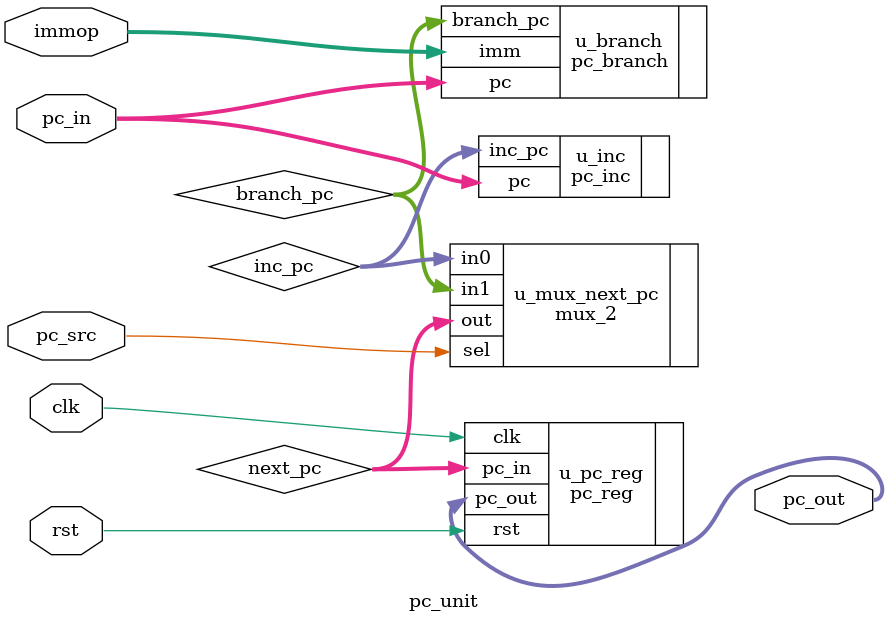
<source format=sv>
module pc_unit #(
    parameter WIDTH = 32
) (
    input  logic             clk,
    input  logic             rst,
    input  logic             pc_src,
    input  logic [WIDTH-1:0] pc_in,
    input  logic [WIDTH-1:0] immop,
    output logic [WIDTH-1:0] pc_out
);


logic [WIDTH-1:0] inc_pc;
logic [WIDTH-1:0] branch_pc;
logic [WIDTH-1:0] next_pc;

// Increment PC (pc + 4)
pc_inc #(.WIDTH(WIDTH)) u_inc (
    .pc(pc_in),
    .inc_pc(inc_pc)
);

// Branch PC (pc + imm)
pc_branch #(.WIDTH(WIDTH)) u_branch (
    .pc(pc_in),
    .imm(immop),
    .branch_pc(branch_pc)
);

// Next PC multiplexer 
mux_2 #(.DATA_WIDTH(WIDTH)) u_mux_next_pc (
    .in0(inc_pc),
    .in1(branch_pc),
    .sel(pc_src),
    .out(next_pc)
);

// PC register
pc_reg #(.WIDTH(WIDTH)) u_pc_reg (
    .clk(clk),
    .rst(rst),
    .pc_in(next_pc),
    .pc_out(pc_out)
);

endmodule

</source>
